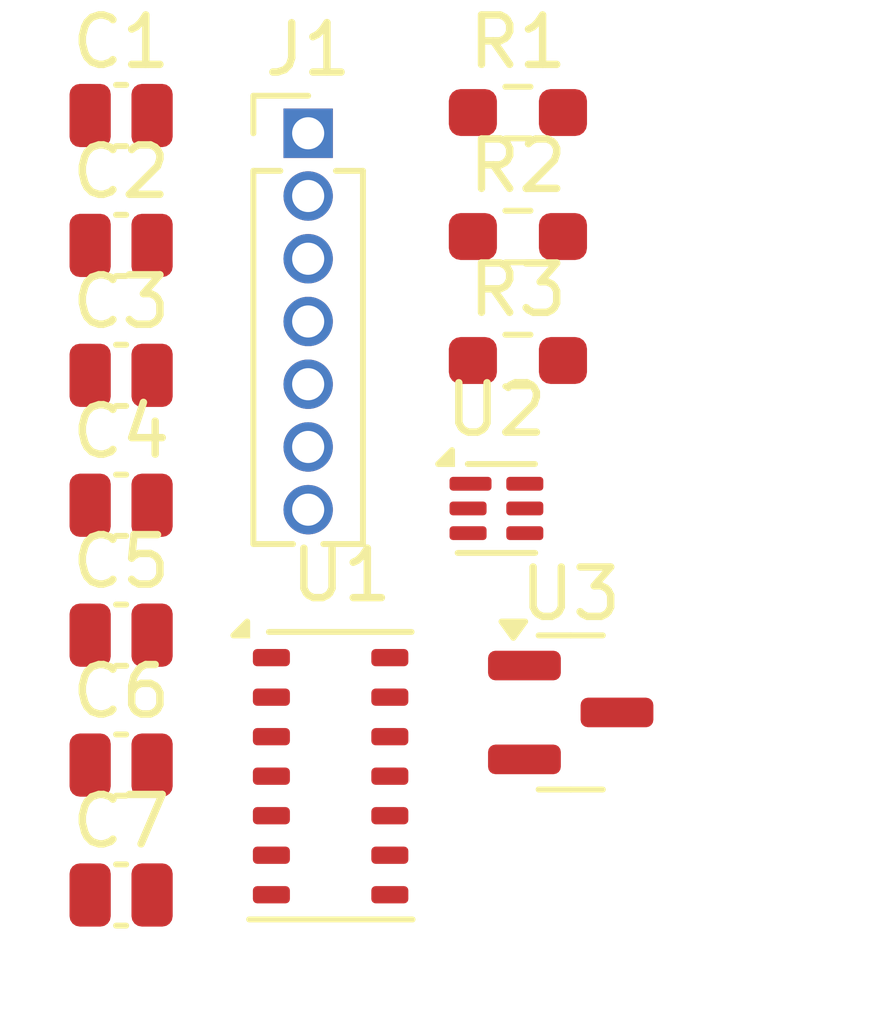
<source format=kicad_pcb>
(kicad_pcb (version 20240108) (generator "pcbnew") (generator_version "8.0")
  (layers (0 "F.Cu" signal) (31 "B.Cu" signal) (34 "B.Paste" user) (35 "F.Paste" user) (36 "B.SilkS" user "B.Silkscreen") (37 "F.SilkS" user "F.Silkscreen") (38 "B.Mask" user) (39 "F.Mask" user) (44 "Edge.Cuts" user))
  (net 0 "")
  (net 1 "GND")
  (net 2 "Net-(J1-Pin_1)")
  (net 3 "Net-(U2-C+)")
  (net 4 "Net-(U2-C-)")
  (net 5 "+3.3V")
  (net 6 "+1V8")
  (net 7 "Net-(J1-Pin_4)")
  (net 8 "Net-(J1-Pin_5)")
  (net 9 "Net-(J1-Pin_2)")
  (net 10 "Net-(J1-Pin_3)")
  (net 11 "Net-(J1-Pin_6)")
  (footprint "Capacitor_SMD:C_0504_1310Metric_Pad0.83x1.28mm_HandSolder" (layer "F.Cu") (at 143.4525 67.545)
    (property "Reference" "C2" (at 0 -1.49 0) (layer "F.SilkS"))
    (property "Value" "100nF")
    (fp_line (start -0.101969 -0.62) (end 0.101969 -0.62) (stroke (width 0.12)) (layer "F.SilkS"))
    (fp_line (start -0.101969 0.62) (end 0.101969 0.62) (stroke (width 0.12)) (layer "F.SilkS"))
    (pad "1" smd roundrect (at -0.6275 0) (size 0.835 1.28) (layers "F.Cu" "F.Paste" "F.Mask") (net 1 "GND"))
    (pad "2" smd roundrect (at 0.6275 0) (size 0.835 1.28) (layers "F.Cu" "F.Paste" "F.Mask") (net 2 "Net-(J1-Pin_1)"))
  )
  (footprint "Capacitor_SMD:C_0504_1310Metric_Pad0.83x1.28mm_HandSolder" (layer "F.Cu") (at 143.4525 78.065)
    (property "Reference" "C6" (at 0 -1.49 0) (layer "F.SilkS"))
    (property "Value" "10uF")
    (fp_line (start -0.101969 -0.62) (end 0.101969 -0.62) (stroke (width 0.12)) (layer "F.SilkS"))
    (fp_line (start -0.101969 0.62) (end 0.101969 0.62) (stroke (width 0.12)) (layer "F.SilkS"))
    (pad "1" smd roundrect (at -0.6275 0) (size 0.835 1.28) (layers "F.Cu" "F.Paste" "F.Mask") (net 5 "+3.3V"))
    (pad "2" smd roundrect (at 0.6275 0) (size 0.835 1.28) (layers "F.Cu" "F.Paste" "F.Mask") (net 1 "GND"))
  )
  (footprint "OptoDevice:Maxim_OLGA-14_3.3x5.6mm_P0.8mm" (layer "F.Cu") (at 147.6975 78.29)
    (property "Reference" "U1" (at 0.22 -4.07 0) (layer "F.SilkS"))
    (property "Value" "MAX30102")
    (fp_line (start -1.25 -2.92) (end 1.64 -2.92) (stroke (width 0.12)) (layer "F.SilkS"))
    (fp_line (start 1.66 2.9) (end -1.65 2.9) (stroke (width 0.12)) (layer "F.SilkS"))
    (fp_poly (pts (xy -1.69 -2.85) (xy -1.97 -2.85) (xy -1.69 -3.13) (xy -1.69 -2.85)) (stroke (width 0.12)) (fill solid) (layer "F.SilkS"))
    (pad "1" smd roundrect (at -1.2 -2.4) (size 0.75 0.35) (layers "F.Cu" "F.Paste" "F.Mask"))
    (pad "2" smd roundrect (at -1.2 -1.6) (size 0.75 0.35) (layers "F.Cu" "F.Paste" "F.Mask") (net 9 "Net-(J1-Pin_2)"))
    (pad "3" smd roundrect (at -1.2 -0.8) (size 0.75 0.35) (layers "F.Cu" "F.Paste" "F.Mask") (net 10 "Net-(J1-Pin_3)"))
    (pad "4" smd roundrect (at -1.2 0) (size 0.75 0.35) (layers "F.Cu" "F.Paste" "F.Mask") (net 1 "GND"))
    (pad "5" smd roundrect (at -1.2 0.8) (size 0.75 0.35) (layers "F.Cu" "F.Paste" "F.Mask"))
    (pad "6" smd roundrect (at -1.2 1.6) (size 0.75 0.35) (layers "F.Cu" "F.Paste" "F.Mask") (net 11 "Net-(J1-Pin_6)"))
    (pad "7" smd roundrect (at -1.2 2.4) (size 0.75 0.35) (layers "F.Cu" "F.Paste" "F.Mask") (net 8 "Net-(J1-Pin_5)"))
    (pad "8" smd roundrect (at 1.2 2.4) (size 0.75 0.35) (layers "F.Cu" "F.Paste" "F.Mask"))
    (pad "9" smd roundrect (at 1.2 1.6) (size 0.75 0.35) (layers "F.Cu" "F.Paste" "F.Mask") (net 5 "+3.3V"))
    (pad "10" smd roundrect (at 1.2 0.8) (size 0.75 0.35) (layers "F.Cu" "F.Paste" "F.Mask") (net 5 "+3.3V"))
    (pad "11" smd roundrect (at 1.2 0) (size 0.75 0.35) (layers "F.Cu" "F.Paste" "F.Mask") (net 6 "+1V8"))
    (pad "12" smd roundrect (at 1.2 -0.8) (size 0.75 0.35) (layers "F.Cu" "F.Paste" "F.Mask") (net 1 "GND"))
    (pad "13" smd roundrect (at 1.2 -1.6) (size 0.75 0.35) (layers "F.Cu" "F.Paste" "F.Mask") (net 7 "Net-(J1-Pin_4)"))
    (pad "14" smd roundrect (at 1.2 -2.4) (size 0.75 0.35) (layers "F.Cu" "F.Paste" "F.Mask"))
  )
  (footprint "Capacitor_SMD:C_0504_1310Metric_Pad0.83x1.28mm_HandSolder" (layer "F.Cu") (at 143.4525 64.915)
    (property "Reference" "C1" (at 0 -1.49 0) (layer "F.SilkS"))
    (property "Value" "10uF")
    (fp_line (start -0.101969 -0.62) (end 0.101969 -0.62) (stroke (width 0.12)) (layer "F.SilkS"))
    (fp_line (start -0.101969 0.62) (end 0.101969 0.62) (stroke (width 0.12)) (layer "F.SilkS"))
    (pad "1" smd roundrect (at -0.6275 0) (size 0.835 1.28) (layers "F.Cu" "F.Paste" "F.Mask") (net 2 "Net-(J1-Pin_1)"))
    (pad "2" smd roundrect (at 0.6275 0) (size 0.835 1.28) (layers "F.Cu" "F.Paste" "F.Mask") (net 1 "GND"))
  )
  (footprint "Package_SON:WSON-6_1.5x1.5mm_P0.5mm" (layer "F.Cu") (at 151.0575 72.87)
    (property "Reference" "U2" (at 0 -2 0) (layer "F.SilkS"))
    (property "Value" "TLV70028_WSON6")
    (fp_line (start -0.785 0.9) (end 0.785 0.9) (stroke (width 0.12)) (layer "F.SilkS"))
    (fp_line (start -0.58 -0.9) (end 0.78 -0.9) (stroke (width 0.12)) (layer "F.SilkS"))
    (fp_poly (pts (xy -0.9 -0.9) (xy -1.18 -0.9) (xy -0.9 -1.18) (xy -0.9 -0.9)) (stroke (width 0.12)) (fill solid) (layer "F.SilkS"))
    (pad "1" smd roundrect (at -0.525 -0.5 270) (size 0.28 0.85) (layers "F.Cu" "F.Paste" "F.Mask") (net 2 "Net-(J1-Pin_1)"))
    (pad "2" smd roundrect (at -0.575 0 270) (size 0.28 0.75) (layers "F.Cu" "F.Paste" "F.Mask") (net 1 "GND"))
    (pad "3" smd roundrect (at -0.575 0.5 270) (size 0.28 0.75) (layers "F.Cu" "F.Paste" "F.Mask") (net 5 "+3.3V"))
    (pad "4" smd roundrect (at 0.575 0.5 270) (size 0.28 0.75) (layers "F.Cu" "F.Paste" "F.Mask") (net 3 "Net-(U2-C+)"))
    (pad "5" smd roundrect (at 0.575 0 270) (size 0.28 0.75) (layers "F.Cu" "F.Paste" "F.Mask") (net 4 "Net-(U2-C-)"))
    (pad "6" smd roundrect (at 0.575 -0.5 270) (size 0.28 0.75) (layers "F.Cu" "F.Paste" "F.Mask") (net 2 "Net-(J1-Pin_1)"))
  )
  (footprint "Capacitor_SMD:C_0504_1310Metric_Pad0.83x1.28mm_HandSolder" (layer "F.Cu") (at 143.4525 72.805)
    (property "Reference" "C4" (at 0 -1.49 0) (layer "F.SilkS"))
    (property "Value" "100nF")
    (fp_line (start -0.101969 -0.62) (end 0.101969 -0.62) (stroke (width 0.12)) (layer "F.SilkS"))
    (fp_line (start -0.101969 0.62) (end 0.101969 0.62) (stroke (width 0.12)) (layer "F.SilkS"))
    (pad "1" smd roundrect (at -0.6275 0) (size 0.835 1.28) (layers "F.Cu" "F.Paste" "F.Mask") (net 5 "+3.3V"))
    (pad "2" smd roundrect (at 0.6275 0) (size 0.835 1.28) (layers "F.Cu" "F.Paste" "F.Mask") (net 1 "GND"))
  )
  (footprint "Resistor_SMD:R_0603_1608Metric_Pad0.98x0.95mm_HandSolder" (layer "F.Cu") (at 151.4925 69.875)
    (property "Reference" "R3" (at 0 -1.43 0) (layer "F.SilkS"))
    (property "Value" "4.7")
    (fp_line (start -0.254724 -0.5225) (end 0.254724 -0.5225) (stroke (width 0.12)) (layer "F.SilkS"))
    (fp_line (start -0.254724 0.5225) (end 0.254724 0.5225) (stroke (width 0.12)) (layer "F.SilkS"))
    (pad "1" smd roundrect (at -0.9125 0) (size 0.975 0.95) (layers "F.Cu" "F.Paste" "F.Mask") (net 7 "Net-(J1-Pin_4)"))
    (pad "2" smd roundrect (at 0.9125 0) (size 0.975 0.95) (layers "F.Cu" "F.Paste" "F.Mask") (net 6 "+1V8"))
  )
  (footprint "Package_TO_SOT_SMD:SOT-23" (layer "F.Cu") (at 152.5625 77)
    (property "Reference" "U3" (at 0 -2.4 0) (layer "F.SilkS"))
    (property "Value" "TPS7A0512PDBZ")
    (fp_line (start 0 -1.56) (end -0.65 -1.56) (stroke (width 0.12)) (layer "F.SilkS"))
    (fp_line (start 0 -1.56) (end 0.65 -1.56) (stroke (width 0.12)) (layer "F.SilkS"))
    (fp_line (start 0 1.56) (end -0.65 1.56) (stroke (width 0.12)) (layer "F.SilkS"))
    (fp_line (start 0 1.56) (end 0.65 1.56) (stroke (width 0.12)) (layer "F.SilkS"))
    (fp_poly (pts (xy -1.1625 -1.51) (xy -1.4025 -1.84) (xy -0.9225 -1.84) (xy -1.1625 -1.51)) (stroke (width 0.12)) (fill solid) (layer "F.SilkS"))
    (pad "1" smd roundrect (at -0.9375 -0.95) (size 1.475 0.6) (layers "F.Cu" "F.Paste" "F.Mask") (net 1 "GND"))
    (pad "2" smd roundrect (at -0.9375 0.95) (size 1.475 0.6) (layers "F.Cu" "F.Paste" "F.Mask") (net 6 "+1V8"))
    (pad "3" smd roundrect (at 0.9375 0) (size 1.475 0.6) (layers "F.Cu" "F.Paste" "F.Mask") (net 5 "+3.3V"))
  )
  (footprint "Resistor_SMD:R_0603_1608Metric_Pad0.98x0.95mm_HandSolder" (layer "F.Cu") (at 151.4925 67.365)
    (property "Reference" "R2" (at 0 -1.43 0) (layer "F.SilkS"))
    (property "Value" "4.7k")
    (fp_line (start -0.254724 -0.5225) (end 0.254724 -0.5225) (stroke (width 0.12)) (layer "F.SilkS"))
    (fp_line (start -0.254724 0.5225) (end 0.254724 0.5225) (stroke (width 0.12)) (layer "F.SilkS"))
    (pad "1" smd roundrect (at -0.9125 0) (size 0.975 0.95) (layers "F.Cu" "F.Paste" "F.Mask") (net 10 "Net-(J1-Pin_3)"))
    (pad "2" smd roundrect (at 0.9125 0) (size 0.975 0.95) (layers "F.Cu" "F.Paste" "F.Mask") (net 6 "+1V8"))
  )
  (footprint "Connector_PinHeader_1.27mm:PinHeader_1x07_P1.27mm_Vertical" (layer "F.Cu") (at 147.2425 65.275)
    (property "Reference" "J1" (at 0 -1.695 0) (layer "F.SilkS"))
    (property "Value" "Conn_01x07_Pin")
    (fp_line (start -1.11 -0.76) (end 0 -0.76) (stroke (width 0.12)) (layer "F.SilkS"))
    (fp_line (start -1.11 0) (end -1.11 -0.76) (stroke (width 0.12)) (layer "F.SilkS"))
    (fp_line (start -1.11 0.76) (end -1.11 8.315) (stroke (width 0.12)) (layer "F.SilkS"))
    (fp_line (start -1.11 0.76) (end -0.563471 0.76) (stroke (width 0.12)) (layer "F.SilkS"))
    (fp_line (start -1.11 8.315) (end -0.30753 8.315) (stroke (width 0.12)) (layer "F.SilkS"))
    (fp_line (start 0.30753 8.315) (end 1.11 8.315) (stroke (width 0.12)) (layer "F.SilkS"))
    (fp_line (start 0.563471 0.76) (end 1.11 0.76) (stroke (width 0.12)) (layer "F.SilkS"))
    (fp_line (start 1.11 0.76) (end 1.11 8.315) (stroke (width 0.12)) (layer "F.SilkS"))
    (pad "1" thru_hole rect (at 0 0) (size 1 1) (drill 0.65) (layers "*.Cu" "*.Mask") (net 2 "Net-(J1-Pin_1)"))
    (pad "2" thru_hole oval (at 0 1.27) (size 1 1) (drill 0.65) (layers "*.Cu" "*.Mask") (net 9 "Net-(J1-Pin_2)"))
    (pad "3" thru_hole oval (at 0 2.54) (size 1 1) (drill 0.65) (layers "*.Cu" "*.Mask") (net 10 "Net-(J1-Pin_3)"))
    (pad "4" thru_hole oval (at 0 3.81) (size 1 1) (drill 0.65) (layers "*.Cu" "*.Mask") (net 7 "Net-(J1-Pin_4)"))
    (pad "5" thru_hole oval (at 0 5.08) (size 1 1) (drill 0.65) (layers "*.Cu" "*.Mask") (net 8 "Net-(J1-Pin_5)"))
    (pad "6" thru_hole oval (at 0 6.35) (size 1 1) (drill 0.65) (layers "*.Cu" "*.Mask") (net 11 "Net-(J1-Pin_6)"))
    (pad "7" thru_hole oval (at 0 7.62) (size 1 1) (drill 0.65) (layers "*.Cu" "*.Mask") (net 1 "GND"))
  )
  (footprint "Capacitor_SMD:C_0504_1310Metric_Pad0.83x1.28mm_HandSolder" (layer "F.Cu") (at 143.4525 75.435)
    (property "Reference" "C5" (at 0 -1.49 0) (layer "F.SilkS"))
    (property "Value" "100nF")
    (fp_line (start -0.101969 -0.62) (end 0.101969 -0.62) (stroke (width 0.12)) (layer "F.SilkS"))
    (fp_line (start -0.101969 0.62) (end 0.101969 0.62) (stroke (width 0.12)) (layer "F.SilkS"))
    (pad "1" smd roundrect (at -0.6275 0) (size 0.835 1.28) (layers "F.Cu" "F.Paste" "F.Mask") (net 1 "GND"))
    (pad "2" smd roundrect (at 0.6275 0) (size 0.835 1.28) (layers "F.Cu" "F.Paste" "F.Mask") (net 6 "+1V8"))
  )
  (footprint "Resistor_SMD:R_0603_1608Metric_Pad0.98x0.95mm_HandSolder" (layer "F.Cu") (at 151.4925 64.855)
    (property "Reference" "R1" (at 0 -1.43 0) (layer "F.SilkS"))
    (property "Value" "4.7k")
    (fp_line (start -0.254724 -0.5225) (end 0.254724 -0.5225) (stroke (width 0.12)) (layer "F.SilkS"))
    (fp_line (start -0.254724 0.5225) (end 0.254724 0.5225) (stroke (width 0.12)) (layer "F.SilkS"))
    (pad "1" smd roundrect (at -0.9125 0) (size 0.975 0.95) (layers "F.Cu" "F.Paste" "F.Mask") (net 9 "Net-(J1-Pin_2)"))
    (pad "2" smd roundrect (at 0.9125 0) (size 0.975 0.95) (layers "F.Cu" "F.Paste" "F.Mask") (net 6 "+1V8"))
  )
  (footprint "Capacitor_SMD:C_0504_1310Metric_Pad0.83x1.28mm_HandSolder" (layer "F.Cu") (at 143.4525 70.175)
    (property "Reference" "C3" (at 0 -1.49 0) (layer "F.SilkS"))
    (property "Value" "1uF")
    (fp_line (start -0.101969 -0.62) (end 0.101969 -0.62) (stroke (width 0.12)) (layer "F.SilkS"))
    (fp_line (start -0.101969 0.62) (end 0.101969 0.62) (stroke (width 0.12)) (layer "F.SilkS"))
    (pad "1" smd roundrect (at -0.6275 0) (size 0.835 1.28) (layers "F.Cu" "F.Paste" "F.Mask") (net 4 "Net-(U2-C-)"))
    (pad "2" smd roundrect (at 0.6275 0) (size 0.835 1.28) (layers "F.Cu" "F.Paste" "F.Mask") (net 3 "Net-(U2-C+)"))
  )
  (footprint "Capacitor_SMD:C_0504_1310Metric_Pad0.83x1.28mm_HandSolder" (layer "F.Cu") (at 143.4525 80.695)
    (property "Reference" "C7" (at 0 -1.49 0) (layer "F.SilkS"))
    (property "Value" "10uF")
    (fp_line (start -0.101969 -0.62) (end 0.101969 -0.62) (stroke (width 0.12)) (layer "F.SilkS"))
    (fp_line (start -0.101969 0.62) (end 0.101969 0.62) (stroke (width 0.12)) (layer "F.SilkS"))
    (pad "1" smd roundrect (at -0.6275 0) (size 0.835 1.28) (layers "F.Cu" "F.Paste" "F.Mask") (net 6 "+1V8"))
    (pad "2" smd roundrect (at 0.6275 0) (size 0.835 1.28) (layers "F.Cu" "F.Paste" "F.Mask") (net 1 "GND"))
  )
)
</source>
